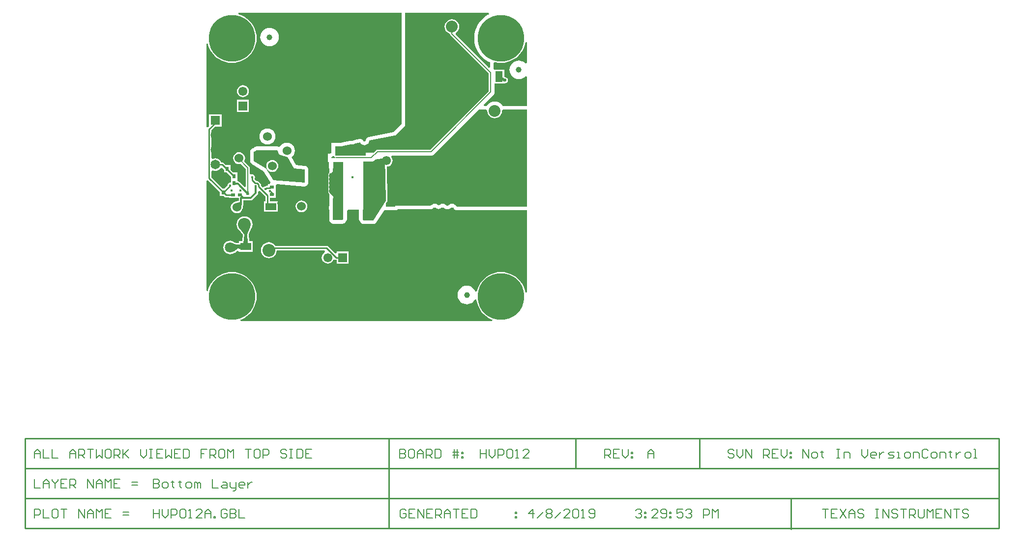
<source format=gbl>
G04*
G04 #@! TF.GenerationSoftware,Altium Limited,Altium Designer,18.1.9 (240)*
G04*
G04 Layer_Physical_Order=4*
G04 Layer_Color=16711680*
%FSAX25Y25*%
%MOIN*%
G70*
G01*
G75*
%ADD16C,0.01000*%
%ADD17C,0.00800*%
%ADD41C,0.03937*%
%ADD44R,0.03150X0.02362*%
%ADD83C,0.06496*%
%ADD84R,0.06496X0.06496*%
%ADD95R,0.03000X0.01000*%
%ADD98C,0.01200*%
%ADD100C,0.02000*%
%ADD101C,0.00600*%
%ADD102C,0.01500*%
%ADD106C,0.04600*%
%ADD107C,0.06000*%
%ADD108C,0.31496*%
%ADD109R,0.07087X0.07087*%
%ADD110C,0.07087*%
%ADD111R,0.08465X0.08465*%
%ADD112C,0.08465*%
%ADD113C,0.06102*%
%ADD114R,0.06102X0.06102*%
%ADD115R,0.08465X0.08465*%
%ADD116R,0.06102X0.06102*%
%ADD117C,0.08700*%
%ADD118C,0.08000*%
%ADD119C,0.01968*%
%ADD120C,0.01700*%
%ADD121C,0.02400*%
%ADD122C,0.02200*%
%ADD123R,0.07284X0.05118*%
%ADD124R,0.20866X0.06299*%
%ADD125R,0.07008X0.28780*%
%ADD126R,0.02362X0.03150*%
%ADD127R,0.05118X0.07284*%
G36*
X0295302Y0314596D02*
X0289753Y0309264D01*
X0272863Y0305760D01*
X0272798Y0305732D01*
X0272727Y0305728D01*
X0272360Y0305547D01*
X0271984Y0305387D01*
X0271934Y0305337D01*
X0271870Y0305305D01*
X0271601Y0304998D01*
X0271314Y0304707D01*
X0271288Y0304641D01*
X0271241Y0304587D01*
X0271110Y0304201D01*
X0270956Y0303822D01*
X0270957Y0303751D01*
X0270934Y0303683D01*
X0270882Y0303290D01*
X0270807Y0303108D01*
X0270265Y0302884D01*
X0269684Y0302807D01*
X0269527Y0302927D01*
X0269283Y0303246D01*
X0269194Y0303456D01*
X0269029Y0303618D01*
X0268901Y0303810D01*
X0268692Y0303950D01*
X0268513Y0304126D01*
X0268299Y0304212D01*
X0268107Y0304341D01*
X0267861Y0304390D01*
X0267628Y0304484D01*
X0267397Y0304482D01*
X0267171Y0304527D01*
X0266924Y0304478D01*
X0266673Y0304476D01*
X0263379Y0303793D01*
X0263314Y0303765D01*
X0263243Y0303760D01*
X0262876Y0303579D01*
X0262500Y0303420D01*
X0262450Y0303369D01*
X0262387Y0303338D01*
X0262205Y0303199D01*
X0262010Y0303118D01*
X0261800Y0303090D01*
X0261398Y0303143D01*
X0261319Y0303175D01*
X0261088Y0303173D01*
X0260861Y0303218D01*
X0260615Y0303169D01*
X0260364Y0303167D01*
X0255023Y0302059D01*
X0254977Y0302040D01*
X0254935Y0302034D01*
X0254849Y0302005D01*
X0254757Y0302004D01*
X0254482Y0301947D01*
X0250200D01*
X0249528Y0301813D01*
X0247667D01*
Y0295135D01*
X0247168Y0294929D01*
X0246739Y0294600D01*
X0245200D01*
Y0288800D01*
X0246100D01*
Y0284400D01*
X0246339D01*
Y0281407D01*
X0246094Y0281306D01*
X0245894Y0281106D01*
X0245767Y0280800D01*
Y0280204D01*
X0245622Y0279988D01*
X0245526Y0279500D01*
X0245622Y0279012D01*
X0245767Y0278796D01*
Y0277704D01*
X0245622Y0277488D01*
X0245526Y0277000D01*
X0245622Y0276512D01*
X0245767Y0276296D01*
Y0275004D01*
X0245622Y0274788D01*
X0245526Y0274300D01*
X0245622Y0273812D01*
X0245767Y0273596D01*
Y0272504D01*
X0245622Y0272288D01*
X0245526Y0271800D01*
X0245622Y0271312D01*
X0245767Y0271096D01*
Y0269904D01*
X0245622Y0269688D01*
X0245526Y0269200D01*
X0245622Y0268712D01*
X0245767Y0268496D01*
Y0267900D01*
X0245770Y0267892D01*
X0245767Y0267883D01*
X0245833Y0267740D01*
X0245894Y0267594D01*
X0246289Y0267104D01*
X0246233Y0266700D01*
X0246153Y0266300D01*
Y0265292D01*
X0246278Y0264662D01*
X0246256Y0264011D01*
X0246239Y0263909D01*
X0246153Y0263477D01*
Y0261032D01*
X0246000Y0256600D01*
X0246000Y0256600D01*
X0246153Y0256572D01*
Y0249700D01*
X0246339Y0248763D01*
X0246870Y0247970D01*
X0247270Y0247570D01*
X0248064Y0247039D01*
X0249000Y0246853D01*
X0255100D01*
X0256036Y0247039D01*
X0256830Y0247570D01*
X0257430Y0248170D01*
X0257961Y0248963D01*
X0258147Y0249900D01*
Y0255862D01*
X0258863Y0256560D01*
X0265494Y0256393D01*
X0266453Y0256308D01*
Y0249900D01*
X0266639Y0248963D01*
X0267170Y0248170D01*
X0267970Y0247370D01*
X0268764Y0246839D01*
X0269700Y0246653D01*
X0276000D01*
X0276936Y0246839D01*
X0277730Y0247370D01*
X0278130Y0247770D01*
X0278279Y0247993D01*
X0278465Y0248187D01*
X0283514Y0256130D01*
X0283764Y0256182D01*
X0284700Y0255996D01*
X0290867D01*
X0291803Y0256182D01*
X0292597Y0256713D01*
X0292633Y0256766D01*
X0315014D01*
X0315173Y0256798D01*
X0315334Y0256787D01*
X0315637Y0256890D01*
X0315951Y0256953D01*
X0316085Y0257042D01*
X0316238Y0257094D01*
X0316478Y0257305D01*
X0316744Y0257483D01*
X0316795Y0257559D01*
X0317119Y0257807D01*
X0317399Y0257923D01*
X0317700Y0257963D01*
X0318001Y0257923D01*
X0318281Y0257807D01*
X0318778Y0257426D01*
X0319065Y0257284D01*
X0319331Y0257107D01*
X0319489Y0257075D01*
X0319634Y0257004D01*
X0319953Y0256983D01*
X0320124Y0256949D01*
X0320146Y0256941D01*
X0320158Y0256942D01*
X0320268Y0256920D01*
X0320466D01*
X0320575Y0256942D01*
X0320587Y0256941D01*
X0320609Y0256949D01*
X0320780Y0256983D01*
X0321099Y0257004D01*
X0321244Y0257075D01*
X0321402Y0257107D01*
X0321668Y0257284D01*
X0321955Y0257426D01*
X0322452Y0257807D01*
X0322732Y0257923D01*
X0323033Y0257963D01*
X0323334Y0257923D01*
X0323615Y0257807D01*
X0323925Y0257569D01*
X0323939Y0257547D01*
X0324045Y0257477D01*
X0324111Y0257426D01*
X0324149Y0257408D01*
X0324206Y0257370D01*
X0324446Y0257158D01*
X0324599Y0257107D01*
X0324733Y0257017D01*
X0325047Y0256955D01*
X0325350Y0256852D01*
X0325512Y0256862D01*
X0325670Y0256831D01*
X0326930D01*
X0327088Y0256862D01*
X0327250Y0256852D01*
X0327553Y0256955D01*
X0327867Y0257017D01*
X0328001Y0257107D01*
X0328154Y0257158D01*
X0328394Y0257369D01*
X0328451Y0257408D01*
X0328489Y0257426D01*
X0328555Y0257476D01*
X0328660Y0257547D01*
X0328675Y0257569D01*
X0328985Y0257807D01*
X0329266Y0257923D01*
X0329567Y0257963D01*
X0329868Y0257923D01*
X0330148Y0257807D01*
X0330389Y0257622D01*
X0330770Y0257126D01*
X0330786Y0257112D01*
X0331052Y0256713D01*
X0331052Y0256713D01*
X0331052Y0256713D01*
X0331368Y0256502D01*
X0331846Y0256182D01*
X0331846Y0256182D01*
X0331846Y0256182D01*
X0332190Y0256114D01*
X0332783Y0255996D01*
X0380218Y0255996D01*
Y0200306D01*
X0379218Y0200208D01*
X0378912Y0201744D01*
X0378206Y0203823D01*
X0377235Y0205792D01*
X0376016Y0207617D01*
X0374568Y0209268D01*
X0372917Y0210716D01*
X0371092Y0211935D01*
X0369123Y0212906D01*
X0367044Y0213612D01*
X0364891Y0214040D01*
X0362700Y0214184D01*
X0360509Y0214040D01*
X0358356Y0213612D01*
X0356277Y0212906D01*
X0354308Y0211935D01*
X0352483Y0210716D01*
X0350832Y0209268D01*
X0349384Y0207617D01*
X0348165Y0205792D01*
X0347194Y0203823D01*
X0346488Y0201744D01*
X0346334Y0200967D01*
X0345325Y0200906D01*
X0345303Y0200913D01*
X0344726Y0201992D01*
X0343945Y0202945D01*
X0342992Y0203726D01*
X0341905Y0204307D01*
X0340726Y0204665D01*
X0339500Y0204786D01*
X0338274Y0204665D01*
X0337094Y0204307D01*
X0336008Y0203726D01*
X0335055Y0202945D01*
X0334274Y0201992D01*
X0333693Y0200905D01*
X0333335Y0199726D01*
X0333214Y0198500D01*
X0333335Y0197274D01*
X0333693Y0196094D01*
X0334274Y0195008D01*
X0335055Y0194055D01*
X0336008Y0193273D01*
X0337094Y0192693D01*
X0338274Y0192335D01*
X0339500Y0192214D01*
X0340726Y0192335D01*
X0341905Y0192693D01*
X0342992Y0193273D01*
X0343945Y0194055D01*
X0344726Y0195008D01*
X0345033Y0195581D01*
X0346050Y0195362D01*
X0346060Y0195209D01*
X0346488Y0193056D01*
X0347194Y0190977D01*
X0348165Y0189008D01*
X0349384Y0187182D01*
X0350832Y0185532D01*
X0352483Y0184084D01*
X0354308Y0182865D01*
X0356277Y0181894D01*
X0356907Y0181679D01*
X0356742Y0180680D01*
X0186158D01*
X0185993Y0181679D01*
X0186623Y0181894D01*
X0188592Y0182865D01*
X0190417Y0184084D01*
X0192068Y0185532D01*
X0193516Y0187182D01*
X0194735Y0189008D01*
X0195706Y0190977D01*
X0196412Y0193056D01*
X0196840Y0195209D01*
X0196984Y0197400D01*
X0196840Y0199591D01*
X0196412Y0201744D01*
X0195706Y0203823D01*
X0194735Y0205792D01*
X0193516Y0207617D01*
X0192068Y0209268D01*
X0190417Y0210716D01*
X0188592Y0211935D01*
X0186623Y0212906D01*
X0184544Y0213612D01*
X0182391Y0214040D01*
X0180200Y0214184D01*
X0178009Y0214040D01*
X0175856Y0213612D01*
X0173777Y0212906D01*
X0171808Y0211935D01*
X0169983Y0210716D01*
X0168332Y0209268D01*
X0166884Y0207617D01*
X0165665Y0205792D01*
X0164694Y0203823D01*
X0163988Y0201744D01*
X0163882Y0201213D01*
X0162882Y0201312D01*
Y0276144D01*
X0163882Y0276517D01*
X0172119Y0268280D01*
Y0265663D01*
X0174736D01*
X0175181Y0265218D01*
X0175677Y0264887D01*
X0176262Y0264771D01*
X0178263D01*
Y0264319D01*
X0184831D01*
Y0262396D01*
X0182999Y0262150D01*
X0182874Y0262107D01*
X0182745Y0262081D01*
X0182687Y0262043D01*
X0182622Y0262021D01*
X0182523Y0261933D01*
X0182472Y0261899D01*
X0182456Y0261897D01*
X0181483Y0261494D01*
X0180647Y0260853D01*
X0180006Y0260017D01*
X0179603Y0259044D01*
X0179465Y0258000D01*
X0179603Y0256956D01*
X0180006Y0255983D01*
X0180647Y0255147D01*
X0181483Y0254506D01*
X0182456Y0254103D01*
X0183500Y0253965D01*
X0184544Y0254103D01*
X0185517Y0254506D01*
X0186353Y0255147D01*
X0186994Y0255983D01*
X0187397Y0256956D01*
X0187476Y0257552D01*
X0187506Y0257642D01*
X0187868Y0260329D01*
X0187969Y0260481D01*
X0188094Y0261105D01*
Y0262769D01*
X0193000D01*
X0193624Y0262893D01*
X0194153Y0263246D01*
X0197554Y0266646D01*
X0197907Y0267176D01*
X0198031Y0267800D01*
Y0268899D01*
X0198955Y0269282D01*
X0202907Y0265330D01*
Y0262168D01*
X0201958D01*
Y0255049D01*
X0211242D01*
Y0262168D01*
X0205966D01*
Y0264519D01*
X0210013D01*
Y0268602D01*
X0210013Y0268881D01*
X0210013D01*
X0209813Y0269519D01*
X0209813Y0269519D01*
Y0272995D01*
X0210546Y0273675D01*
X0229317Y0272266D01*
X0229409Y0272277D01*
X0229500Y0272259D01*
X0229880Y0272335D01*
X0230264Y0272382D01*
X0230345Y0272427D01*
X0230436Y0272445D01*
X0230759Y0272661D01*
X0231096Y0272851D01*
X0231153Y0272924D01*
X0231230Y0272976D01*
X0231445Y0273298D01*
X0231684Y0273603D01*
X0231709Y0273693D01*
X0231761Y0273770D01*
X0231836Y0274150D01*
X0231940Y0274523D01*
X0231929Y0274615D01*
X0231947Y0274706D01*
X0231947Y0283800D01*
X0231876Y0284156D01*
X0231840Y0284516D01*
X0231784Y0284620D01*
X0231761Y0284736D01*
X0231559Y0285038D01*
X0231388Y0285357D01*
X0231296Y0285432D01*
X0231230Y0285530D01*
X0230929Y0285732D01*
X0230648Y0285961D01*
X0230535Y0285995D01*
X0230436Y0286061D01*
X0230081Y0286131D01*
X0229734Y0286236D01*
X0223725Y0286812D01*
X0220776Y0292207D01*
X0221351Y0292649D01*
X0222217Y0293777D01*
X0222761Y0295090D01*
X0222947Y0296500D01*
X0222761Y0297910D01*
X0222217Y0299223D01*
X0221351Y0300351D01*
X0220223Y0301217D01*
X0218910Y0301761D01*
X0217500Y0301946D01*
X0216090Y0301761D01*
X0214777Y0301217D01*
X0213649Y0300351D01*
X0212783Y0299223D01*
X0212030Y0299163D01*
X0211565Y0299254D01*
X0211100Y0299347D01*
X0196818D01*
X0196659Y0299316D01*
X0196499Y0299326D01*
X0196311Y0299262D01*
X0196177Y0299254D01*
X0196060Y0299196D01*
X0195881Y0299161D01*
X0195747Y0299071D01*
X0195594Y0299019D01*
X0195457Y0298899D01*
X0195320Y0298831D01*
X0194594Y0298274D01*
X0194096Y0298068D01*
X0193302Y0297537D01*
X0192772Y0296743D01*
X0192586Y0295807D01*
Y0289532D01*
X0192640Y0289259D01*
X0192649Y0288981D01*
X0192732Y0288795D01*
X0192772Y0288596D01*
X0192927Y0288364D01*
X0193041Y0288110D01*
X0193189Y0287971D01*
X0193302Y0287802D01*
X0193534Y0287647D01*
X0193737Y0287457D01*
X0201630Y0282531D01*
X0206172Y0275032D01*
X0206310Y0274882D01*
X0206310Y0274881D01*
X0206087Y0274238D01*
X0205839Y0273881D01*
X0204663D01*
Y0272629D01*
X0203800D01*
X0203215Y0272513D01*
X0202719Y0272181D01*
X0202655Y0272117D01*
X0202278Y0272043D01*
X0201666Y0271634D01*
X0200995Y0271568D01*
X0199829Y0272733D01*
Y0273387D01*
X0199713Y0273972D01*
X0199381Y0274468D01*
X0198268Y0275581D01*
X0197772Y0275913D01*
X0197187Y0276029D01*
X0196534D01*
X0195529Y0277033D01*
Y0277559D01*
X0195743Y0277878D01*
X0195886Y0278600D01*
X0195743Y0279322D01*
X0195334Y0279934D01*
X0194722Y0280343D01*
X0194000Y0280486D01*
X0193426Y0280372D01*
X0192996Y0280552D01*
X0192426Y0280976D01*
Y0284800D01*
X0192325Y0285307D01*
X0192037Y0285737D01*
X0188506Y0289268D01*
X0188594Y0289383D01*
X0188997Y0290356D01*
X0189135Y0291400D01*
X0188997Y0292444D01*
X0188594Y0293417D01*
X0187953Y0294253D01*
X0187117Y0294894D01*
X0186144Y0295297D01*
X0185100Y0295434D01*
X0184056Y0295297D01*
X0183083Y0294894D01*
X0182247Y0294253D01*
X0181606Y0293417D01*
X0181203Y0292444D01*
X0181065Y0291400D01*
X0181203Y0290356D01*
X0181606Y0289383D01*
X0182247Y0288547D01*
X0183083Y0287906D01*
X0184056Y0287503D01*
X0185100Y0287365D01*
X0186144Y0287503D01*
X0186412Y0287614D01*
X0189775Y0284251D01*
Y0272167D01*
X0188851Y0271785D01*
X0185444Y0275191D01*
X0184915Y0275545D01*
X0184291Y0275669D01*
X0183881D01*
Y0281637D01*
X0181126D01*
X0179281Y0283482D01*
Y0286812D01*
X0175950D01*
X0174681Y0288081D01*
X0174185Y0288413D01*
X0173600Y0288529D01*
X0172965D01*
X0172711Y0289142D01*
X0172030Y0290030D01*
X0171142Y0290711D01*
X0170109Y0291139D01*
X0169000Y0291285D01*
X0167891Y0291139D01*
X0167281Y0290886D01*
X0166281Y0291441D01*
Y0310381D01*
X0168653Y0312752D01*
X0173248D01*
Y0321248D01*
X0164752D01*
Y0313177D01*
X0163882Y0312307D01*
X0163048Y0312557D01*
X0162882Y0312680D01*
Y0368988D01*
X0163882Y0369087D01*
X0163988Y0368556D01*
X0164694Y0366477D01*
X0165665Y0364508D01*
X0166884Y0362683D01*
X0168332Y0361032D01*
X0169983Y0359584D01*
X0171808Y0358365D01*
X0173777Y0357394D01*
X0175856Y0356688D01*
X0178009Y0356259D01*
X0180200Y0356116D01*
X0182391Y0356259D01*
X0184544Y0356688D01*
X0186623Y0357394D01*
X0188592Y0358365D01*
X0190417Y0359584D01*
X0192068Y0361032D01*
X0193516Y0362683D01*
X0194735Y0364508D01*
X0195706Y0366477D01*
X0196412Y0368556D01*
X0196840Y0370709D01*
X0196984Y0372900D01*
X0196840Y0375091D01*
X0196412Y0377244D01*
X0195706Y0379323D01*
X0194735Y0381292D01*
X0193516Y0383117D01*
X0192068Y0384768D01*
X0190417Y0386215D01*
X0188592Y0387435D01*
X0186623Y0388406D01*
X0184544Y0389112D01*
X0184516Y0389118D01*
X0184615Y0390118D01*
X0295302D01*
X0295302Y0314596D01*
D02*
G37*
G36*
X0380218Y0369994D02*
Y0356114D01*
X0379218Y0355756D01*
X0379145Y0355845D01*
X0378192Y0356626D01*
X0377105Y0357207D01*
X0375926Y0357565D01*
X0374700Y0357686D01*
X0373474Y0357565D01*
X0372294Y0357207D01*
X0371208Y0356626D01*
X0370255Y0355845D01*
X0369474Y0354892D01*
X0368893Y0353805D01*
X0368535Y0352626D01*
X0368414Y0351400D01*
X0368535Y0350174D01*
X0368893Y0348994D01*
X0369474Y0347908D01*
X0370255Y0346955D01*
X0371208Y0346174D01*
X0372294Y0345593D01*
X0373474Y0345235D01*
X0374700Y0345114D01*
X0375926Y0345235D01*
X0377105Y0345593D01*
X0378192Y0346174D01*
X0379145Y0346955D01*
X0379218Y0347044D01*
X0380218Y0346686D01*
Y0326847D01*
X0364083Y0326847D01*
X0364003Y0326831D01*
X0363923Y0326842D01*
X0363877Y0326830D01*
X0363747Y0327073D01*
X0362947Y0328047D01*
X0361973Y0328847D01*
X0360861Y0329441D01*
X0359655Y0329807D01*
X0358400Y0329931D01*
X0357145Y0329807D01*
X0355939Y0329441D01*
X0354827Y0328847D01*
X0353853Y0328047D01*
X0353053Y0327073D01*
X0352923Y0326830D01*
X0352877Y0326842D01*
X0352797Y0326831D01*
X0352717Y0326847D01*
X0351405D01*
X0351022Y0327771D01*
X0357626Y0334374D01*
X0358058Y0334938D01*
X0358330Y0335595D01*
X0358423Y0336300D01*
Y0342258D01*
X0364800D01*
X0365300Y0342159D01*
X0366119Y0342322D01*
X0366814Y0342786D01*
X0367278Y0343480D01*
X0367441Y0344300D01*
X0367278Y0345119D01*
X0366814Y0345814D01*
X0366119Y0346278D01*
X0365300Y0346441D01*
X0364968Y0346714D01*
Y0351542D01*
X0358127D01*
X0357642Y0352126D01*
X0357469Y0352384D01*
X0357647Y0353281D01*
Y0355872D01*
X0358030Y0356313D01*
X0358425Y0356584D01*
X0358612Y0356637D01*
X0360509Y0356259D01*
X0362700Y0356116D01*
X0364891Y0356259D01*
X0367044Y0356688D01*
X0369123Y0357394D01*
X0371092Y0358365D01*
X0372917Y0359584D01*
X0374568Y0361032D01*
X0376016Y0362683D01*
X0377235Y0364508D01*
X0378206Y0366477D01*
X0378912Y0368556D01*
X0379218Y0370092D01*
X0380218Y0369994D01*
D02*
G37*
G36*
X0354554Y0389118D02*
X0353607Y0388650D01*
X0351628Y0387329D01*
X0349840Y0385760D01*
X0348271Y0383971D01*
X0346950Y0381993D01*
X0345897Y0379860D01*
X0345133Y0377607D01*
X0344669Y0375274D01*
X0344513Y0372900D01*
X0344669Y0370526D01*
X0345133Y0368193D01*
X0345897Y0365940D01*
X0346950Y0363806D01*
X0348271Y0361828D01*
X0349840Y0360040D01*
X0351628Y0358471D01*
X0353607Y0357150D01*
X0355200Y0356364D01*
Y0353281D01*
X0354276Y0352898D01*
X0331824Y0375350D01*
X0332111Y0376478D01*
X0332966Y0377134D01*
X0333768Y0378178D01*
X0334271Y0379395D01*
X0334443Y0380700D01*
X0334271Y0382005D01*
X0333768Y0383222D01*
X0332966Y0384266D01*
X0331922Y0385067D01*
X0330705Y0385571D01*
X0329400Y0385743D01*
X0328095Y0385571D01*
X0326878Y0385067D01*
X0325834Y0384266D01*
X0325032Y0383222D01*
X0324529Y0382005D01*
X0324357Y0380700D01*
X0324529Y0379395D01*
X0325032Y0378178D01*
X0325834Y0377134D01*
X0326878Y0376332D01*
X0328088Y0375831D01*
X0328175Y0375393D01*
X0328463Y0374963D01*
X0354375Y0349051D01*
Y0336849D01*
X0314751Y0297225D01*
X0279000D01*
X0278493Y0297125D01*
X0278063Y0296837D01*
X0276287Y0295061D01*
X0250842D01*
X0250200Y0295728D01*
Y0299500D01*
X0254733D01*
X0255254Y0299608D01*
X0255448Y0299634D01*
X0255520Y0299663D01*
X0260861Y0300771D01*
X0260952Y0300734D01*
X0261800Y0300622D01*
X0262648Y0300734D01*
X0263439Y0301061D01*
X0263876Y0301397D01*
X0267170Y0302080D01*
X0267261Y0301861D01*
X0267782Y0301182D01*
X0268461Y0300661D01*
X0269252Y0300334D01*
X0270100Y0300222D01*
X0270948Y0300334D01*
X0271739Y0300661D01*
X0272418Y0301182D01*
X0272939Y0301861D01*
X0273266Y0302652D01*
X0273360Y0303364D01*
X0290499Y0306919D01*
X0290845D01*
X0297555Y0313368D01*
X0297749Y0313554D01*
X0297749Y0390118D01*
X0354321D01*
X0354554Y0389118D01*
D02*
G37*
G36*
X0173731Y0284706D02*
X0174919Y0283518D01*
Y0281663D01*
X0176774D01*
X0179519Y0278918D01*
Y0275114D01*
X0179119Y0274786D01*
X0178397Y0274643D01*
X0177785Y0274234D01*
X0177376Y0273622D01*
X0177301Y0273245D01*
X0174869Y0270813D01*
X0173913D01*
X0166229Y0278496D01*
Y0282611D01*
X0167229Y0283135D01*
X0167891Y0282861D01*
X0169000Y0282715D01*
X0170109Y0282861D01*
X0171142Y0283289D01*
X0172030Y0283970D01*
X0172474Y0284549D01*
X0173450Y0284748D01*
X0173731Y0284706D01*
D02*
G37*
G36*
X0212396Y0293796D02*
X0218100Y0292000D01*
X0222200Y0284500D01*
X0229500Y0283800D01*
X0229500Y0274706D01*
X0208265Y0276300D01*
X0203421Y0284298D01*
X0195033Y0289532D01*
Y0295807D01*
X0195828Y0296137D01*
X0196810Y0296890D01*
X0196818Y0296900D01*
X0211100D01*
X0212396Y0293796D01*
D02*
G37*
G36*
X0197000Y0271389D02*
X0195800D01*
X0195680Y0272059D01*
X0197120D01*
X0197000Y0271389D01*
D02*
G37*
G36*
X0251700Y0283900D02*
Y0283100D01*
X0251273Y0267900D01*
X0250300D01*
Y0266399D01*
X0251233Y0266453D01*
X0251200Y0265292D01*
X0248600D01*
Y0265675D01*
X0246200Y0267900D01*
Y0280800D01*
X0246400Y0281000D01*
X0247300D01*
X0248786Y0282486D01*
Y0284400D01*
X0251200D01*
X0251700Y0283900D01*
D02*
G37*
G36*
X0352717Y0324400D02*
X0353376Y0323648D01*
X0353357Y0323500D01*
X0353529Y0322195D01*
X0354032Y0320978D01*
X0354834Y0319934D01*
X0355878Y0319132D01*
X0357095Y0318629D01*
X0358400Y0318457D01*
X0359705Y0318629D01*
X0360922Y0319132D01*
X0361966Y0319934D01*
X0362768Y0320978D01*
X0363271Y0322195D01*
X0363443Y0323500D01*
X0363424Y0323648D01*
X0364083Y0324400D01*
X0380218Y0324400D01*
Y0258443D01*
X0332783Y0258443D01*
X0332711Y0258615D01*
X0332134Y0259367D01*
X0331382Y0259945D01*
X0330506Y0260307D01*
X0329567Y0260431D01*
X0328627Y0260307D01*
X0327751Y0259945D01*
X0326999Y0259367D01*
X0326930Y0259278D01*
X0325670D01*
X0325601Y0259367D01*
X0324849Y0259945D01*
X0323973Y0260307D01*
X0323033Y0260431D01*
X0322094Y0260307D01*
X0321218Y0259945D01*
X0320466Y0259367D01*
X0320268D01*
X0319515Y0259945D01*
X0318640Y0260307D01*
X0317700Y0260431D01*
X0316760Y0260307D01*
X0315884Y0259945D01*
X0315132Y0259367D01*
X0315014Y0259213D01*
X0290867D01*
Y0258443D01*
X0284700D01*
Y0260657D01*
X0285460Y0261853D01*
X0285496Y0261946D01*
X0285550Y0262029D01*
X0285568Y0262129D01*
X0285604Y0262224D01*
X0285602Y0262323D01*
X0285619Y0262421D01*
X0285139Y0285619D01*
X0286158Y0285753D01*
X0287143Y0286161D01*
X0287989Y0286811D01*
X0288639Y0287657D01*
X0289047Y0288642D01*
X0289186Y0289700D01*
X0289047Y0290757D01*
X0288639Y0291743D01*
X0288306Y0292177D01*
X0288799Y0293177D01*
X0315300D01*
X0316005Y0293269D01*
X0316662Y0293541D01*
X0317226Y0293974D01*
X0347651Y0324400D01*
X0352717D01*
D02*
G37*
G36*
X0186887Y0260681D02*
X0186496Y0257778D01*
X0183135Y0261139D01*
X0186038Y0261530D01*
X0186887Y0260681D01*
D02*
G37*
G36*
X0284600Y0262400D02*
X0276400Y0249500D01*
X0276000Y0249100D01*
X0269700D01*
X0268900Y0249900D01*
Y0256308D01*
X0269200Y0256300D01*
Y0288977D01*
X0274800D01*
X0275505Y0289069D01*
X0276162Y0289341D01*
X0276726Y0289774D01*
X0277440Y0290489D01*
X0284000Y0291400D01*
X0284600Y0262400D01*
D02*
G37*
G36*
X0255500Y0263980D02*
Y0260100D01*
X0255700Y0259900D01*
Y0249900D01*
X0255100Y0249300D01*
X0249000D01*
X0248600Y0249700D01*
Y0263477D01*
X0249100Y0264800D01*
X0255300D01*
X0255500Y0263980D01*
D02*
G37*
%LPC*%
G36*
X0205700Y0379886D02*
X0204474Y0379765D01*
X0203294Y0379407D01*
X0202208Y0378826D01*
X0201255Y0378045D01*
X0200474Y0377092D01*
X0199893Y0376005D01*
X0199535Y0374826D01*
X0199414Y0373600D01*
X0199535Y0372374D01*
X0199893Y0371194D01*
X0200474Y0370108D01*
X0201255Y0369155D01*
X0202208Y0368373D01*
X0203294Y0367793D01*
X0204474Y0367435D01*
X0205700Y0367314D01*
X0206926Y0367435D01*
X0208105Y0367793D01*
X0209192Y0368373D01*
X0210145Y0369155D01*
X0210926Y0370108D01*
X0211507Y0371194D01*
X0211865Y0372374D01*
X0211986Y0373600D01*
X0211865Y0374826D01*
X0211507Y0376005D01*
X0210926Y0377092D01*
X0210145Y0378045D01*
X0209192Y0378826D01*
X0208105Y0379407D01*
X0206926Y0379765D01*
X0205700Y0379886D01*
D02*
G37*
G36*
X0187700Y0340986D02*
X0186642Y0340847D01*
X0185657Y0340439D01*
X0184811Y0339789D01*
X0184161Y0338943D01*
X0183753Y0337958D01*
X0183614Y0336900D01*
X0183753Y0335842D01*
X0184161Y0334857D01*
X0184811Y0334011D01*
X0185657Y0333361D01*
X0186642Y0332953D01*
X0187700Y0332814D01*
X0188758Y0332953D01*
X0189743Y0333361D01*
X0190589Y0334011D01*
X0191239Y0334857D01*
X0191647Y0335842D01*
X0191786Y0336900D01*
X0191647Y0337958D01*
X0191239Y0338943D01*
X0190589Y0339789D01*
X0189743Y0340439D01*
X0188758Y0340847D01*
X0187700Y0340986D01*
D02*
G37*
G36*
X0191751Y0330951D02*
X0183649D01*
Y0322849D01*
X0191751D01*
Y0330951D01*
D02*
G37*
G36*
X0204300Y0311546D02*
X0202890Y0311361D01*
X0201577Y0310817D01*
X0200449Y0309951D01*
X0199583Y0308823D01*
X0199039Y0307510D01*
X0198853Y0306100D01*
X0199039Y0304690D01*
X0199583Y0303377D01*
X0200449Y0302249D01*
X0201577Y0301383D01*
X0202890Y0300839D01*
X0204300Y0300653D01*
X0205710Y0300839D01*
X0207023Y0301383D01*
X0208151Y0302249D01*
X0209017Y0303377D01*
X0209561Y0304690D01*
X0209747Y0306100D01*
X0209561Y0307510D01*
X0209017Y0308823D01*
X0208151Y0309951D01*
X0207023Y0310817D01*
X0205710Y0311361D01*
X0204300Y0311546D01*
D02*
G37*
G36*
X0227400Y0262734D02*
X0226356Y0262597D01*
X0225383Y0262194D01*
X0224547Y0261553D01*
X0223906Y0260717D01*
X0223503Y0259744D01*
X0223365Y0258700D01*
X0223503Y0257656D01*
X0223906Y0256683D01*
X0224547Y0255847D01*
X0225383Y0255206D01*
X0226356Y0254803D01*
X0227400Y0254665D01*
X0228444Y0254803D01*
X0229417Y0255206D01*
X0230253Y0255847D01*
X0230894Y0256683D01*
X0231297Y0257656D01*
X0231434Y0258700D01*
X0231297Y0259744D01*
X0230894Y0260717D01*
X0230253Y0261553D01*
X0229417Y0262194D01*
X0228444Y0262597D01*
X0227400Y0262734D01*
D02*
G37*
G36*
X0188800Y0251896D02*
X0187403Y0251712D01*
X0186102Y0251173D01*
X0184984Y0250316D01*
X0184127Y0249198D01*
X0183588Y0247897D01*
X0183404Y0246500D01*
X0183588Y0245103D01*
X0184127Y0243802D01*
X0184984Y0242684D01*
X0184988Y0242682D01*
X0187521Y0239285D01*
X0187162Y0234968D01*
X0184958D01*
Y0233838D01*
X0183377Y0233708D01*
X0182127Y0234127D01*
X0181291Y0234769D01*
X0180186Y0235226D01*
X0179000Y0235382D01*
X0177814Y0235226D01*
X0176709Y0234769D01*
X0175760Y0234040D01*
X0175031Y0233091D01*
X0174574Y0231986D01*
X0174417Y0230800D01*
X0174574Y0229614D01*
X0175031Y0228509D01*
X0175760Y0227560D01*
X0176709Y0226831D01*
X0177814Y0226374D01*
X0179000Y0226217D01*
X0180186Y0226374D01*
X0181291Y0226831D01*
X0181490Y0226984D01*
X0181634Y0226995D01*
X0181786Y0226993D01*
X0181831Y0227011D01*
X0181879Y0227014D01*
X0182015Y0227083D01*
X0182156Y0227139D01*
X0182191Y0227173D01*
X0182234Y0227195D01*
X0183958Y0228552D01*
X0184958Y0228066D01*
Y0227850D01*
X0194242D01*
Y0234968D01*
X0192038D01*
X0191640Y0239757D01*
X0193412Y0243722D01*
X0193473Y0243802D01*
X0194012Y0245103D01*
X0194196Y0246500D01*
X0194012Y0247897D01*
X0193473Y0249198D01*
X0192616Y0250316D01*
X0191498Y0251173D01*
X0190197Y0251712D01*
X0188800Y0251896D01*
D02*
G37*
G36*
X0205200Y0234296D02*
X0203803Y0234112D01*
X0202502Y0233573D01*
X0201384Y0232716D01*
X0200527Y0231598D01*
X0199988Y0230296D01*
X0199804Y0228900D01*
X0199988Y0227503D01*
X0200527Y0226202D01*
X0201384Y0225084D01*
X0202502Y0224227D01*
X0203803Y0223688D01*
X0205200Y0223504D01*
X0206597Y0223688D01*
X0207898Y0224227D01*
X0209016Y0225084D01*
X0209873Y0226202D01*
X0210412Y0227503D01*
X0210592Y0228871D01*
X0242891D01*
X0243164Y0228524D01*
X0243161Y0228127D01*
X0242905Y0227245D01*
X0242311Y0226789D01*
X0241661Y0225943D01*
X0241253Y0224957D01*
X0241114Y0223900D01*
X0241253Y0222842D01*
X0241661Y0221857D01*
X0242311Y0221011D01*
X0243157Y0220361D01*
X0244142Y0219953D01*
X0245200Y0219814D01*
X0246258Y0219953D01*
X0247243Y0220361D01*
X0248089Y0221011D01*
X0248739Y0221857D01*
X0248931Y0222321D01*
X0249275Y0222508D01*
X0250035Y0222662D01*
X0250102Y0222649D01*
X0250344Y0222487D01*
X0250929Y0222371D01*
X0251149D01*
Y0219849D01*
X0259251D01*
Y0227951D01*
X0251149D01*
Y0227150D01*
X0250225Y0226767D01*
X0245511Y0231481D01*
X0245015Y0231813D01*
X0244429Y0231929D01*
X0209619D01*
X0209016Y0232716D01*
X0207898Y0233573D01*
X0206597Y0234112D01*
X0205200Y0234296D01*
D02*
G37*
%LPD*%
G36*
X0190602Y0239934D02*
X0191100Y0233944D01*
X0188100D01*
X0188569Y0239586D01*
X0185647Y0243503D01*
X0192556Y0244306D01*
X0190602Y0239934D01*
D02*
G37*
G36*
X0183251Y0232675D02*
X0185982Y0232899D01*
Y0229918D01*
X0184229Y0230062D01*
X0181603Y0227996D01*
X0181180Y0230312D01*
X0180009Y0230409D01*
Y0232409D01*
X0180785Y0232472D01*
X0180585Y0233569D01*
X0183251Y0232675D01*
D02*
G37*
%LPC*%
G36*
X0207600Y0290134D02*
X0206556Y0289997D01*
X0205583Y0289594D01*
X0204747Y0288953D01*
X0204106Y0288117D01*
X0203703Y0287144D01*
X0203566Y0286100D01*
X0203703Y0285056D01*
X0204106Y0284083D01*
X0204747Y0283247D01*
X0205583Y0282606D01*
X0206556Y0282203D01*
X0207600Y0282065D01*
X0208644Y0282203D01*
X0209617Y0282606D01*
X0210453Y0283247D01*
X0211094Y0284083D01*
X0211497Y0285056D01*
X0211634Y0286100D01*
X0211497Y0287144D01*
X0211094Y0288117D01*
X0210453Y0288953D01*
X0209617Y0289594D01*
X0208644Y0289997D01*
X0207600Y0290134D01*
D02*
G37*
%LPD*%
G54D16*
X0205900Y0269300D02*
X0208000Y0267200D01*
X0205600Y0268832D02*
Y0269200D01*
X0206457Y0271600D02*
X0207938D01*
X0194000Y0278600D02*
Y0278674D01*
Y0276400D02*
Y0278600D01*
X0174200Y0272400D02*
Y0274900D01*
X0181200Y0278400D02*
Y0279400D01*
X0173600Y0287000D02*
X0181200Y0279400D01*
X0361409Y0347600D02*
X0362100Y0346909D01*
X0208000Y0267200D02*
X0208238D01*
X0194000Y0276400D02*
X0195900Y0274500D01*
X0206357Y0271500D02*
X0206457Y0271600D01*
X0205957Y0271100D02*
X0206357Y0271500D01*
X0206862D01*
X0205800D02*
X0206357D01*
X0203800Y0271100D02*
X0205957D01*
X0203000Y0270300D02*
X0203800Y0271100D01*
X0198300Y0272100D02*
X0204436Y0265964D01*
X0198300Y0272100D02*
Y0273387D01*
X0197187Y0274500D02*
X0198300Y0273387D01*
X0195900Y0274500D02*
X0197187D01*
X0204436Y0258905D02*
Y0265964D01*
X0174819Y0268600D02*
X0179119Y0272900D01*
X0244429Y0230400D02*
X0250929Y0223900D01*
X0206700Y0230400D02*
X0244429D01*
X0205200Y0228900D02*
X0206700Y0230400D01*
X0250929Y0223900D02*
X0255200D01*
X0206600Y0258609D02*
X0209100D01*
X0209200Y0258709D01*
X0164700Y0277862D02*
Y0285188D01*
X0164752Y0285240D01*
Y0311014D01*
X0169200Y0315462D01*
X0169000Y0287000D02*
X0173600D01*
X0176262Y0266300D02*
X0179738D01*
X0174600Y0268600D02*
X0174819D01*
X0164700Y0277862D02*
X0176262Y0266300D01*
X0362000Y0346809D02*
X0362100Y0346909D01*
X0364509Y0344300D02*
X0365300D01*
X0497200Y0080717D02*
Y0101050D01*
X0413200Y0080717D02*
Y0101050D01*
X0040000Y0080717D02*
X0700200D01*
X0040000Y0060383D02*
X0700000D01*
X0040000Y0040050D02*
X0440500D01*
X0040050Y0101050D02*
X0700200D01*
X0040050Y0040050D02*
Y0101050D01*
Y0040050D02*
X0197600D01*
X0040000D02*
Y0101050D01*
X0286500Y0040050D02*
Y0101050D01*
X0700200Y0040050D02*
Y0101050D01*
X0440500Y0040050D02*
X0700200D01*
X0559400Y0039400D02*
Y0059683D01*
G54D17*
X0126900Y0073549D02*
Y0067551D01*
X0129899D01*
X0130899Y0068550D01*
Y0069550D01*
X0129899Y0070550D01*
X0126900D01*
X0129899D01*
X0130899Y0071549D01*
Y0072549D01*
X0129899Y0073549D01*
X0126900D01*
X0133898Y0067551D02*
X0135897D01*
X0136897Y0068550D01*
Y0070550D01*
X0135897Y0071549D01*
X0133898D01*
X0132898Y0070550D01*
Y0068550D01*
X0133898Y0067551D01*
X0139896Y0072549D02*
Y0071549D01*
X0138896D01*
X0140895D01*
X0139896D01*
Y0068550D01*
X0140895Y0067551D01*
X0144894Y0072549D02*
Y0071549D01*
X0143895D01*
X0145894D01*
X0144894D01*
Y0068550D01*
X0145894Y0067551D01*
X0149893D02*
X0151892D01*
X0152892Y0068550D01*
Y0070550D01*
X0151892Y0071549D01*
X0149893D01*
X0148893Y0070550D01*
Y0068550D01*
X0149893Y0067551D01*
X0154891D02*
Y0071549D01*
X0155891D01*
X0156890Y0070550D01*
Y0067551D01*
Y0070550D01*
X0157890Y0071549D01*
X0158890Y0070550D01*
Y0067551D01*
X0166887Y0073549D02*
Y0067551D01*
X0170886D01*
X0173885Y0071549D02*
X0175884D01*
X0176884Y0070550D01*
Y0067551D01*
X0173885D01*
X0172885Y0068550D01*
X0173885Y0069550D01*
X0176884D01*
X0178883Y0071549D02*
Y0068550D01*
X0179883Y0067551D01*
X0182882D01*
Y0066551D01*
X0181882Y0065551D01*
X0180883D01*
X0182882Y0067551D02*
Y0071549D01*
X0187880Y0067551D02*
X0185881D01*
X0184881Y0068550D01*
Y0070550D01*
X0185881Y0071549D01*
X0187880D01*
X0188880Y0070550D01*
Y0069550D01*
X0184881D01*
X0190879Y0071549D02*
Y0067551D01*
Y0069550D01*
X0191879Y0070550D01*
X0192879Y0071549D01*
X0193878D01*
X0567400Y0087833D02*
Y0093831D01*
X0571399Y0087833D01*
Y0093831D01*
X0574398Y0087833D02*
X0576397D01*
X0577397Y0088833D01*
Y0090832D01*
X0576397Y0091832D01*
X0574398D01*
X0573398Y0090832D01*
Y0088833D01*
X0574398Y0087833D01*
X0580396Y0092832D02*
Y0091832D01*
X0579396D01*
X0581395D01*
X0580396D01*
Y0088833D01*
X0581395Y0087833D01*
X0590393Y0093831D02*
X0592392D01*
X0591392D01*
Y0087833D01*
X0590393D01*
X0592392D01*
X0595391D02*
Y0091832D01*
X0598390D01*
X0599390Y0090832D01*
Y0087833D01*
X0607387Y0093831D02*
Y0089833D01*
X0609386Y0087833D01*
X0611386Y0089833D01*
Y0093831D01*
X0616384Y0087833D02*
X0614385D01*
X0613385Y0088833D01*
Y0090832D01*
X0614385Y0091832D01*
X0616384D01*
X0617384Y0090832D01*
Y0089833D01*
X0613385D01*
X0619383Y0091832D02*
Y0087833D01*
Y0089833D01*
X0620383Y0090832D01*
X0621383Y0091832D01*
X0622382D01*
X0625381Y0087833D02*
X0628380D01*
X0629380Y0088833D01*
X0628380Y0089833D01*
X0626381D01*
X0625381Y0090832D01*
X0626381Y0091832D01*
X0629380D01*
X0631379Y0087833D02*
X0633379D01*
X0632379D01*
Y0091832D01*
X0631379D01*
X0637377Y0087833D02*
X0639377D01*
X0640376Y0088833D01*
Y0090832D01*
X0639377Y0091832D01*
X0637377D01*
X0636378Y0090832D01*
Y0088833D01*
X0637377Y0087833D01*
X0642376D02*
Y0091832D01*
X0645375D01*
X0646374Y0090832D01*
Y0087833D01*
X0652373Y0092832D02*
X0651373Y0093831D01*
X0649373D01*
X0648374Y0092832D01*
Y0088833D01*
X0649373Y0087833D01*
X0651373D01*
X0652373Y0088833D01*
X0655372Y0087833D02*
X0657371D01*
X0658371Y0088833D01*
Y0090832D01*
X0657371Y0091832D01*
X0655372D01*
X0654372Y0090832D01*
Y0088833D01*
X0655372Y0087833D01*
X0660370D02*
Y0091832D01*
X0663369D01*
X0664369Y0090832D01*
Y0087833D01*
X0667368Y0092832D02*
Y0091832D01*
X0666368D01*
X0668367D01*
X0667368D01*
Y0088833D01*
X0668367Y0087833D01*
X0671366Y0091832D02*
Y0087833D01*
Y0089833D01*
X0672366Y0090832D01*
X0673366Y0091832D01*
X0674365D01*
X0678364Y0087833D02*
X0680364D01*
X0681363Y0088833D01*
Y0090832D01*
X0680364Y0091832D01*
X0678364D01*
X0677364Y0090832D01*
Y0088833D01*
X0678364Y0087833D01*
X0683362D02*
X0685362D01*
X0684362D01*
Y0093831D01*
X0683362D01*
X0520799Y0092832D02*
X0519799Y0093831D01*
X0517800D01*
X0516800Y0092832D01*
Y0091832D01*
X0517800Y0090832D01*
X0519799D01*
X0520799Y0089833D01*
Y0088833D01*
X0519799Y0087833D01*
X0517800D01*
X0516800Y0088833D01*
X0522798Y0093831D02*
Y0089833D01*
X0524797Y0087833D01*
X0526797Y0089833D01*
Y0093831D01*
X0528796Y0087833D02*
Y0093831D01*
X0532795Y0087833D01*
Y0093831D01*
X0540792Y0087833D02*
Y0093831D01*
X0543791D01*
X0544791Y0092832D01*
Y0090832D01*
X0543791Y0089833D01*
X0540792D01*
X0542792D02*
X0544791Y0087833D01*
X0550789Y0093831D02*
X0546790D01*
Y0087833D01*
X0550789D01*
X0546790Y0090832D02*
X0548790D01*
X0552788Y0093831D02*
Y0089833D01*
X0554788Y0087833D01*
X0556787Y0089833D01*
Y0093831D01*
X0558786Y0091832D02*
X0559786D01*
Y0090832D01*
X0558786D01*
Y0091832D01*
Y0088833D02*
X0559786D01*
Y0087833D01*
X0558786D01*
Y0088833D01*
X0433000Y0087833D02*
Y0093831D01*
X0435999D01*
X0436999Y0092832D01*
Y0090832D01*
X0435999Y0089833D01*
X0433000D01*
X0434999D02*
X0436999Y0087833D01*
X0442997Y0093831D02*
X0438998D01*
Y0087833D01*
X0442997D01*
X0438998Y0090832D02*
X0440997D01*
X0444996Y0093831D02*
Y0089833D01*
X0446995Y0087833D01*
X0448995Y0089833D01*
Y0093831D01*
X0450994Y0091832D02*
X0451994D01*
Y0090832D01*
X0450994D01*
Y0091832D01*
Y0088833D02*
X0451994D01*
Y0087833D01*
X0450994D01*
Y0088833D01*
X0126900Y0052965D02*
Y0046966D01*
Y0049966D01*
X0130899D01*
Y0052965D01*
Y0046966D01*
X0132898Y0052965D02*
Y0048966D01*
X0134897Y0046966D01*
X0136897Y0048966D01*
Y0052965D01*
X0138896Y0046966D02*
Y0052965D01*
X0141895D01*
X0142895Y0051965D01*
Y0049966D01*
X0141895Y0048966D01*
X0138896D01*
X0144894Y0051965D02*
X0145894Y0052965D01*
X0147893D01*
X0148893Y0051965D01*
Y0047966D01*
X0147893Y0046966D01*
X0145894D01*
X0144894Y0047966D01*
Y0051965D01*
X0150892Y0046966D02*
X0152892D01*
X0151892D01*
Y0052965D01*
X0150892Y0051965D01*
X0159889Y0046966D02*
X0155891D01*
X0159889Y0050965D01*
Y0051965D01*
X0158890Y0052965D01*
X0156890D01*
X0155891Y0051965D01*
X0161889Y0046966D02*
Y0050965D01*
X0163888Y0052965D01*
X0165887Y0050965D01*
Y0046966D01*
Y0049966D01*
X0161889D01*
X0167887Y0046966D02*
Y0047966D01*
X0168886D01*
Y0046966D01*
X0167887D01*
X0176884Y0051965D02*
X0175884Y0052965D01*
X0173885D01*
X0172885Y0051965D01*
Y0047966D01*
X0173885Y0046966D01*
X0175884D01*
X0176884Y0047966D01*
Y0049966D01*
X0174884D01*
X0178883Y0052965D02*
Y0046966D01*
X0181882D01*
X0182882Y0047966D01*
Y0048966D01*
X0181882Y0049966D01*
X0178883D01*
X0181882D01*
X0182882Y0050965D01*
Y0051965D01*
X0181882Y0052965D01*
X0178883D01*
X0184881D02*
Y0046966D01*
X0188880D01*
X0384149D02*
Y0052965D01*
X0381150Y0049966D01*
X0385149D01*
X0387148Y0046966D02*
X0391147Y0050965D01*
X0393146Y0051965D02*
X0394146Y0052965D01*
X0396145D01*
X0397145Y0051965D01*
Y0050965D01*
X0396145Y0049966D01*
X0397145Y0048966D01*
Y0047966D01*
X0396145Y0046966D01*
X0394146D01*
X0393146Y0047966D01*
Y0048966D01*
X0394146Y0049966D01*
X0393146Y0050965D01*
Y0051965D01*
X0394146Y0049966D02*
X0396145D01*
X0399144Y0046966D02*
X0403143Y0050965D01*
X0409141Y0046966D02*
X0405142D01*
X0409141Y0050965D01*
Y0051965D01*
X0408141Y0052965D01*
X0406142D01*
X0405142Y0051965D01*
X0411140D02*
X0412140Y0052965D01*
X0414139D01*
X0415139Y0051965D01*
Y0047966D01*
X0414139Y0046966D01*
X0412140D01*
X0411140Y0047966D01*
Y0051965D01*
X0417138Y0046966D02*
X0419138D01*
X0418138D01*
Y0052965D01*
X0417138Y0051965D01*
X0422137Y0047966D02*
X0423136Y0046966D01*
X0425136D01*
X0426135Y0047966D01*
Y0051965D01*
X0425136Y0052965D01*
X0423136D01*
X0422137Y0051965D01*
Y0050965D01*
X0423136Y0049966D01*
X0426135D01*
X0298199Y0051965D02*
X0297199Y0052965D01*
X0295200D01*
X0294200Y0051965D01*
Y0047966D01*
X0295200Y0046966D01*
X0297199D01*
X0298199Y0047966D01*
Y0049966D01*
X0296199D01*
X0304197Y0052965D02*
X0300198D01*
Y0046966D01*
X0304197D01*
X0300198Y0049966D02*
X0302197D01*
X0306196Y0046966D02*
Y0052965D01*
X0310195Y0046966D01*
Y0052965D01*
X0316193D02*
X0312194D01*
Y0046966D01*
X0316193D01*
X0312194Y0049966D02*
X0314194D01*
X0318192Y0046966D02*
Y0052965D01*
X0321191D01*
X0322191Y0051965D01*
Y0049966D01*
X0321191Y0048966D01*
X0318192D01*
X0320192D02*
X0322191Y0046966D01*
X0324190D02*
Y0050965D01*
X0326190Y0052965D01*
X0328189Y0050965D01*
Y0046966D01*
Y0049966D01*
X0324190D01*
X0330188Y0052965D02*
X0334187D01*
X0332188D01*
Y0046966D01*
X0340185Y0052965D02*
X0336186D01*
Y0046966D01*
X0340185D01*
X0336186Y0049966D02*
X0338186D01*
X0342184Y0052965D02*
Y0046966D01*
X0345183D01*
X0346183Y0047966D01*
Y0051965D01*
X0345183Y0052965D01*
X0342184D01*
X0372175Y0050965D02*
X0373175D01*
Y0049966D01*
X0372175D01*
Y0050965D01*
Y0047966D02*
X0373175D01*
Y0046966D01*
X0372175D01*
Y0047966D01*
X0046350Y0087833D02*
Y0091832D01*
X0048349Y0093831D01*
X0050349Y0091832D01*
Y0087833D01*
Y0090832D01*
X0046350D01*
X0052348Y0093831D02*
Y0087833D01*
X0056347D01*
X0058346Y0093831D02*
Y0087833D01*
X0062345D01*
X0070342D02*
Y0091832D01*
X0072342Y0093831D01*
X0074341Y0091832D01*
Y0087833D01*
Y0090832D01*
X0070342D01*
X0076340Y0087833D02*
Y0093831D01*
X0079339D01*
X0080339Y0092832D01*
Y0090832D01*
X0079339Y0089833D01*
X0076340D01*
X0078340D02*
X0080339Y0087833D01*
X0082338Y0093831D02*
X0086337D01*
X0084338D01*
Y0087833D01*
X0088336Y0093831D02*
Y0087833D01*
X0090336Y0089833D01*
X0092335Y0087833D01*
Y0093831D01*
X0097334D02*
X0095334D01*
X0094335Y0092832D01*
Y0088833D01*
X0095334Y0087833D01*
X0097334D01*
X0098333Y0088833D01*
Y0092832D01*
X0097334Y0093831D01*
X0100332Y0087833D02*
Y0093831D01*
X0103332D01*
X0104331Y0092832D01*
Y0090832D01*
X0103332Y0089833D01*
X0100332D01*
X0102332D02*
X0104331Y0087833D01*
X0106331Y0093831D02*
Y0087833D01*
Y0089833D01*
X0110329Y0093831D01*
X0107330Y0090832D01*
X0110329Y0087833D01*
X0118327Y0093831D02*
Y0089833D01*
X0120326Y0087833D01*
X0122325Y0089833D01*
Y0093831D01*
X0124325D02*
X0126324D01*
X0125324D01*
Y0087833D01*
X0124325D01*
X0126324D01*
X0133322Y0093831D02*
X0129323D01*
Y0087833D01*
X0133322D01*
X0129323Y0090832D02*
X0131323D01*
X0135321Y0093831D02*
Y0087833D01*
X0137321Y0089833D01*
X0139320Y0087833D01*
Y0093831D01*
X0145318D02*
X0141319D01*
Y0087833D01*
X0145318D01*
X0141319Y0090832D02*
X0143319D01*
X0147317Y0093831D02*
Y0087833D01*
X0150316D01*
X0151316Y0088833D01*
Y0092832D01*
X0150316Y0093831D01*
X0147317D01*
X0163312D02*
X0159313D01*
Y0090832D01*
X0161313D01*
X0159313D01*
Y0087833D01*
X0165312D02*
Y0093831D01*
X0168310D01*
X0169310Y0092832D01*
Y0090832D01*
X0168310Y0089833D01*
X0165312D01*
X0167311D02*
X0169310Y0087833D01*
X0174309Y0093831D02*
X0172309D01*
X0171310Y0092832D01*
Y0088833D01*
X0172309Y0087833D01*
X0174309D01*
X0175308Y0088833D01*
Y0092832D01*
X0174309Y0093831D01*
X0177308Y0087833D02*
Y0093831D01*
X0179307Y0091832D01*
X0181306Y0093831D01*
Y0087833D01*
X0189304Y0093831D02*
X0193303D01*
X0191303D01*
Y0087833D01*
X0198301Y0093831D02*
X0196301D01*
X0195302Y0092832D01*
Y0088833D01*
X0196301Y0087833D01*
X0198301D01*
X0199301Y0088833D01*
Y0092832D01*
X0198301Y0093831D01*
X0201300Y0087833D02*
Y0093831D01*
X0204299D01*
X0205299Y0092832D01*
Y0090832D01*
X0204299Y0089833D01*
X0201300D01*
X0217295Y0092832D02*
X0216295Y0093831D01*
X0214296D01*
X0213296Y0092832D01*
Y0091832D01*
X0214296Y0090832D01*
X0216295D01*
X0217295Y0089833D01*
Y0088833D01*
X0216295Y0087833D01*
X0214296D01*
X0213296Y0088833D01*
X0219294Y0093831D02*
X0221293D01*
X0220294D01*
Y0087833D01*
X0219294D01*
X0221293D01*
X0224292Y0093831D02*
Y0087833D01*
X0227291D01*
X0228291Y0088833D01*
Y0092832D01*
X0227291Y0093831D01*
X0224292D01*
X0234289D02*
X0230291D01*
Y0087833D01*
X0234289D01*
X0230291Y0090832D02*
X0232290D01*
X0462150Y0087833D02*
Y0091832D01*
X0464149Y0093831D01*
X0466149Y0091832D01*
Y0087833D01*
Y0090832D01*
X0462150D01*
X0348550Y0093831D02*
Y0087833D01*
Y0090832D01*
X0352549D01*
Y0093831D01*
Y0087833D01*
X0354548Y0093831D02*
Y0089833D01*
X0356547Y0087833D01*
X0358547Y0089833D01*
Y0093831D01*
X0360546Y0087833D02*
Y0093831D01*
X0363545D01*
X0364545Y0092832D01*
Y0090832D01*
X0363545Y0089833D01*
X0360546D01*
X0366544Y0092832D02*
X0367544Y0093831D01*
X0369543D01*
X0370543Y0092832D01*
Y0088833D01*
X0369543Y0087833D01*
X0367544D01*
X0366544Y0088833D01*
Y0092832D01*
X0372542Y0087833D02*
X0374542D01*
X0373542D01*
Y0093831D01*
X0372542Y0092832D01*
X0381539Y0087833D02*
X0377541D01*
X0381539Y0091832D01*
Y0092832D01*
X0380540Y0093831D01*
X0378540D01*
X0377541Y0092832D01*
X0294000Y0093831D02*
Y0087833D01*
X0296999D01*
X0297999Y0088833D01*
Y0089833D01*
X0296999Y0090832D01*
X0294000D01*
X0296999D01*
X0297999Y0091832D01*
Y0092832D01*
X0296999Y0093831D01*
X0294000D01*
X0302997D02*
X0300998D01*
X0299998Y0092832D01*
Y0088833D01*
X0300998Y0087833D01*
X0302997D01*
X0303997Y0088833D01*
Y0092832D01*
X0302997Y0093831D01*
X0305996Y0087833D02*
Y0091832D01*
X0307996Y0093831D01*
X0309995Y0091832D01*
Y0087833D01*
Y0090832D01*
X0305996D01*
X0311994Y0087833D02*
Y0093831D01*
X0314993D01*
X0315993Y0092832D01*
Y0090832D01*
X0314993Y0089833D01*
X0311994D01*
X0313994D02*
X0315993Y0087833D01*
X0317992Y0093831D02*
Y0087833D01*
X0320991D01*
X0321991Y0088833D01*
Y0092832D01*
X0320991Y0093831D01*
X0317992D01*
X0330988Y0087833D02*
Y0093831D01*
X0332987D02*
Y0087833D01*
X0329988Y0091832D02*
X0332987D01*
X0333987D01*
X0329988Y0089833D02*
X0333987D01*
X0335986Y0091832D02*
X0336986D01*
Y0090832D01*
X0335986D01*
Y0091832D01*
Y0088833D02*
X0336986D01*
Y0087833D01*
X0335986D01*
Y0088833D01*
X0046350Y0073549D02*
Y0067551D01*
X0050349D01*
X0052348D02*
Y0071549D01*
X0054347Y0073549D01*
X0056347Y0071549D01*
Y0067551D01*
Y0070550D01*
X0052348D01*
X0058346Y0073549D02*
Y0072549D01*
X0060346Y0070550D01*
X0062345Y0072549D01*
Y0073549D01*
X0060346Y0070550D02*
Y0067551D01*
X0068343Y0073549D02*
X0064344D01*
Y0067551D01*
X0068343D01*
X0064344Y0070550D02*
X0066343D01*
X0070342Y0067551D02*
Y0073549D01*
X0073341D01*
X0074341Y0072549D01*
Y0070550D01*
X0073341Y0069550D01*
X0070342D01*
X0072342D02*
X0074341Y0067551D01*
X0082338D02*
Y0073549D01*
X0086337Y0067551D01*
Y0073549D01*
X0088336Y0067551D02*
Y0071549D01*
X0090336Y0073549D01*
X0092335Y0071549D01*
Y0067551D01*
Y0070550D01*
X0088336D01*
X0094335Y0067551D02*
Y0073549D01*
X0096334Y0071549D01*
X0098333Y0073549D01*
Y0067551D01*
X0104331Y0073549D02*
X0100332D01*
Y0067551D01*
X0104331D01*
X0100332Y0070550D02*
X0102332D01*
X0112329Y0069550D02*
X0116327D01*
X0112329Y0071549D02*
X0116327D01*
X0046350Y0046966D02*
Y0052965D01*
X0049349D01*
X0050349Y0051965D01*
Y0049966D01*
X0049349Y0048966D01*
X0046350D01*
X0052348Y0052965D02*
Y0046966D01*
X0056347D01*
X0061345Y0052965D02*
X0059346D01*
X0058346Y0051965D01*
Y0047966D01*
X0059346Y0046966D01*
X0061345D01*
X0062345Y0047966D01*
Y0051965D01*
X0061345Y0052965D01*
X0064344D02*
X0068343D01*
X0066343D01*
Y0046966D01*
X0076340D02*
Y0052965D01*
X0080339Y0046966D01*
Y0052965D01*
X0082338Y0046966D02*
Y0050965D01*
X0084338Y0052965D01*
X0086337Y0050965D01*
Y0046966D01*
Y0049966D01*
X0082338D01*
X0088336Y0046966D02*
Y0052965D01*
X0090336Y0050965D01*
X0092335Y0052965D01*
Y0046966D01*
X0098333Y0052965D02*
X0094335D01*
Y0046966D01*
X0098333D01*
X0094335Y0049966D02*
X0096334D01*
X0106331Y0048966D02*
X0110329D01*
X0106331Y0050965D02*
X0110329D01*
X0454050Y0051965D02*
X0455050Y0052965D01*
X0457049D01*
X0458049Y0051965D01*
Y0050965D01*
X0457049Y0049966D01*
X0456049D01*
X0457049D01*
X0458049Y0048966D01*
Y0047966D01*
X0457049Y0046966D01*
X0455050D01*
X0454050Y0047966D01*
X0460048Y0050965D02*
X0461048D01*
Y0049966D01*
X0460048D01*
Y0050965D01*
Y0047966D02*
X0461048D01*
Y0046966D01*
X0460048D01*
Y0047966D01*
X0469045Y0046966D02*
X0465046D01*
X0469045Y0050965D01*
Y0051965D01*
X0468046Y0052965D01*
X0466046D01*
X0465046Y0051965D01*
X0471044Y0047966D02*
X0472044Y0046966D01*
X0474044D01*
X0475043Y0047966D01*
Y0051965D01*
X0474044Y0052965D01*
X0472044D01*
X0471044Y0051965D01*
Y0050965D01*
X0472044Y0049966D01*
X0475043D01*
X0477043Y0050965D02*
X0478042D01*
Y0049966D01*
X0477043D01*
Y0050965D01*
Y0047966D02*
X0478042D01*
Y0046966D01*
X0477043D01*
Y0047966D01*
X0486040Y0052965D02*
X0482041D01*
Y0049966D01*
X0484040Y0050965D01*
X0485040D01*
X0486040Y0049966D01*
Y0047966D01*
X0485040Y0046966D01*
X0483041D01*
X0482041Y0047966D01*
X0488039Y0051965D02*
X0489039Y0052965D01*
X0491038D01*
X0492038Y0051965D01*
Y0050965D01*
X0491038Y0049966D01*
X0490038D01*
X0491038D01*
X0492038Y0048966D01*
Y0047966D01*
X0491038Y0046966D01*
X0489039D01*
X0488039Y0047966D01*
X0500035Y0046966D02*
Y0052965D01*
X0503034D01*
X0504034Y0051965D01*
Y0049966D01*
X0503034Y0048966D01*
X0500035D01*
X0506033Y0046966D02*
Y0052965D01*
X0508033Y0050965D01*
X0510032Y0052965D01*
Y0046966D01*
X0580500Y0052965D02*
X0584499D01*
X0582499D01*
Y0046966D01*
X0590497Y0052965D02*
X0586498D01*
Y0046966D01*
X0590497D01*
X0586498Y0049966D02*
X0588497D01*
X0592496Y0052965D02*
X0596495Y0046966D01*
Y0052965D02*
X0592496Y0046966D01*
X0598494D02*
Y0050965D01*
X0600493Y0052965D01*
X0602493Y0050965D01*
Y0046966D01*
Y0049966D01*
X0598494D01*
X0608491Y0051965D02*
X0607491Y0052965D01*
X0605492D01*
X0604492Y0051965D01*
Y0050965D01*
X0605492Y0049966D01*
X0607491D01*
X0608491Y0048966D01*
Y0047966D01*
X0607491Y0046966D01*
X0605492D01*
X0604492Y0047966D01*
X0616488Y0052965D02*
X0618488D01*
X0617488D01*
Y0046966D01*
X0616488D01*
X0618488D01*
X0621487D02*
Y0052965D01*
X0625486Y0046966D01*
Y0052965D01*
X0631484Y0051965D02*
X0630484Y0052965D01*
X0628484D01*
X0627485Y0051965D01*
Y0050965D01*
X0628484Y0049966D01*
X0630484D01*
X0631484Y0048966D01*
Y0047966D01*
X0630484Y0046966D01*
X0628484D01*
X0627485Y0047966D01*
X0633483Y0052965D02*
X0637482D01*
X0635482D01*
Y0046966D01*
X0639481D02*
Y0052965D01*
X0642480D01*
X0643480Y0051965D01*
Y0049966D01*
X0642480Y0048966D01*
X0639481D01*
X0641480D02*
X0643480Y0046966D01*
X0645479Y0052965D02*
Y0047966D01*
X0646479Y0046966D01*
X0648478D01*
X0649478Y0047966D01*
Y0052965D01*
X0651477Y0046966D02*
Y0052965D01*
X0653476Y0050965D01*
X0655476Y0052965D01*
Y0046966D01*
X0661474Y0052965D02*
X0657475D01*
Y0046966D01*
X0661474D01*
X0657475Y0049966D02*
X0659474D01*
X0663473Y0046966D02*
Y0052965D01*
X0667472Y0046966D01*
Y0052965D01*
X0669471D02*
X0673470D01*
X0671471D01*
Y0046966D01*
X0679468Y0051965D02*
X0678468Y0052965D01*
X0676469D01*
X0675469Y0051965D01*
Y0050965D01*
X0676469Y0049966D01*
X0678468D01*
X0679468Y0048966D01*
Y0047966D01*
X0678468Y0046966D01*
X0676469D01*
X0675469Y0047966D01*
G54D41*
X0205700Y0373600D02*
D03*
X0374700Y0351400D02*
D03*
X0339500Y0198500D02*
D03*
G54D44*
X0211962Y0271700D02*
D03*
X0207238D02*
D03*
X0207438Y0266700D02*
D03*
X0212162D02*
D03*
X0180838Y0266500D02*
D03*
X0185562D02*
D03*
G54D83*
X0169000Y0287000D02*
D03*
Y0297000D02*
D03*
Y0307000D02*
D03*
G54D84*
Y0317000D02*
D03*
G54D95*
X0252100Y0291700D02*
D03*
X0249100D02*
D03*
G54D98*
X0181700Y0274038D02*
X0184291D01*
X0191100Y0267228D01*
X0186462Y0261105D02*
Y0264400D01*
X0191100Y0267228D02*
X0191228Y0267100D01*
X0193000Y0264400D02*
X0196400Y0267800D01*
X0183521Y0258164D02*
X0186462Y0261105D01*
X0189191Y0220400D02*
X0189600Y0219991D01*
X0179000Y0220400D02*
X0189191D01*
X0196400Y0267800D02*
Y0272600D01*
X0191100Y0267228D02*
Y0268400D01*
X0186200Y0266100D02*
X0187900Y0264400D01*
X0186462D02*
X0187900D01*
X0193000D01*
X0190800Y0267100D02*
X0191228D01*
G54D100*
X0180009Y0231409D02*
X0189600D01*
X0179000Y0230400D02*
X0180009Y0231409D01*
X0189600D02*
Y0245700D01*
X0188800Y0246500D02*
X0189600Y0245700D01*
G54D101*
X0184500Y0291400D02*
X0191100Y0284800D01*
X0272557Y0278700D02*
Y0284557D01*
Y0275700D02*
Y0278700D01*
X0191100Y0268400D02*
Y0284800D01*
X0355700Y0336300D02*
Y0349600D01*
X0329400Y0375900D02*
X0355700Y0349600D01*
X0329400Y0375900D02*
Y0380700D01*
X0252100Y0291700D02*
X0274800D01*
X0215500Y0289100D02*
X0215700Y0288900D01*
X0274800Y0291700D02*
X0279000Y0295900D01*
X0315300D01*
X0355700Y0336300D01*
G54D102*
X0362000Y0346809D02*
X0364509Y0344300D01*
G54D106*
X0169358Y0243858D02*
D03*
X0204300Y0326100D02*
D03*
X0217500Y0316500D02*
D03*
X0185100Y0311400D02*
D03*
X0227400Y0238700D02*
D03*
X0193458Y0300242D02*
D03*
G54D107*
X0183500Y0258000D02*
D03*
X0204300Y0306100D02*
D03*
X0217500Y0296500D02*
D03*
X0185100Y0291400D02*
D03*
X0227400Y0258700D02*
D03*
X0207600Y0286100D02*
D03*
G54D108*
X0180200Y0372900D02*
D03*
Y0197400D02*
D03*
X0362700D02*
D03*
Y0372900D02*
D03*
G54D109*
X0179000Y0220800D02*
D03*
G54D110*
Y0230800D02*
D03*
G54D111*
X0304800Y0369000D02*
D03*
G54D112*
X0284800D02*
D03*
X0359000Y0268400D02*
D03*
G54D113*
X0187700Y0336900D02*
D03*
X0245200Y0223900D02*
D03*
X0285100Y0289700D02*
D03*
G54D114*
X0187700Y0326900D02*
D03*
G54D115*
X0359000Y0248400D02*
D03*
G54D116*
X0255200Y0223900D02*
D03*
X0295100Y0289700D02*
D03*
G54D117*
X0205200Y0228900D02*
D03*
X0188800Y0246500D02*
D03*
X0205600Y0210400D02*
D03*
X0254300Y0381700D02*
D03*
X0364700Y0224400D02*
D03*
G54D118*
X0329400Y0380700D02*
D03*
X0358400Y0323500D02*
D03*
G54D119*
X0211638Y0271447D02*
D03*
X0216362D02*
D03*
X0211638Y0278239D02*
D03*
X0216362D02*
D03*
G54D120*
X0216000Y0289100D02*
D03*
X0205900Y0269100D02*
D03*
X0203000Y0270300D02*
D03*
X0269007Y0293990D02*
D03*
X0265507D02*
D03*
X0262007D02*
D03*
X0257507Y0293790D02*
D03*
X0254307Y0293890D02*
D03*
X0251007D02*
D03*
X0261800Y0303900D02*
D03*
X0270100Y0303500D02*
D03*
X0250200Y0302900D02*
D03*
X0194000Y0278600D02*
D03*
X0179900Y0269500D02*
D03*
X0277100Y0276300D02*
D03*
X0242200Y0295100D02*
D03*
X0209200Y0258709D02*
D03*
X0246800Y0279500D02*
D03*
Y0277000D02*
D03*
Y0274300D02*
D03*
Y0269200D02*
D03*
Y0271800D02*
D03*
X0249400Y0273739D02*
D03*
Y0270739D02*
D03*
Y0276600D02*
D03*
Y0279800D02*
D03*
X0240400Y0295100D02*
D03*
X0236700Y0294900D02*
D03*
X0221800Y0270800D02*
D03*
X0235400Y0267100D02*
D03*
X0238500Y0267300D02*
D03*
X0241600Y0267400D02*
D03*
X0239900Y0265500D02*
D03*
X0236800Y0265400D02*
D03*
X0233700Y0265200D02*
D03*
X0230500Y0265300D02*
D03*
X0229000Y0277000D02*
D03*
X0196400Y0272600D02*
D03*
X0186100Y0269400D02*
D03*
X0186700Y0276250D02*
D03*
X0216000Y0287300D02*
D03*
X0211700Y0260900D02*
D03*
X0213500D02*
D03*
X0179119Y0272900D02*
D03*
X0254600Y0302800D02*
D03*
X0270100Y0278600D02*
D03*
X0270300Y0285200D02*
D03*
X0277100Y0278600D02*
D03*
X0273200Y0276100D02*
D03*
X0272800Y0278700D02*
D03*
X0273200Y0282900D02*
D03*
X0270200D02*
D03*
X0269900Y0276000D02*
D03*
X0277100Y0282900D02*
D03*
Y0285800D02*
D03*
X0273600Y0285600D02*
D03*
X0279700Y0276100D02*
D03*
Y0282900D02*
D03*
X0248807Y0292090D02*
D03*
X0261900Y0278400D02*
D03*
X0229200Y0294900D02*
D03*
X0227400D02*
D03*
X0225600D02*
D03*
X0244200Y0295100D02*
D03*
X0190800Y0267100D02*
D03*
X0223800Y0294900D02*
D03*
X0232200D02*
D03*
X0234400D02*
D03*
X0232200Y0267100D02*
D03*
X0229200D02*
D03*
X0249400Y0282800D02*
D03*
G54D121*
X0313300Y0335200D02*
D03*
X0278800Y0336800D02*
D03*
X0317300Y0250900D02*
D03*
X0329800Y0271600D02*
D03*
X0208900Y0251400D02*
D03*
X0285400Y0298400D02*
D03*
X0291700D02*
D03*
X0307600Y0300400D02*
D03*
X0303200D02*
D03*
X0297300Y0300300D02*
D03*
X0377500Y0244100D02*
D03*
Y0233100D02*
D03*
Y0238600D02*
D03*
X0372500Y0233100D02*
D03*
Y0238600D02*
D03*
Y0244100D02*
D03*
Y0249600D02*
D03*
X0378000D02*
D03*
X0329900Y0250800D02*
D03*
X0323367D02*
D03*
X0312600Y0251900D02*
D03*
X0307267D02*
D03*
X0301933D02*
D03*
X0296600D02*
D03*
X0301700Y0255300D02*
D03*
X0323033Y0256800D02*
D03*
X0312367Y0255300D02*
D03*
X0307033D02*
D03*
X0296367D02*
D03*
X0317700Y0256800D02*
D03*
X0329567D02*
D03*
X0328471Y0294900D02*
D03*
X0333900D02*
D03*
X0339329D02*
D03*
X0344757D02*
D03*
X0328186Y0300900D02*
D03*
X0333614D02*
D03*
X0339043D02*
D03*
X0344471D02*
D03*
X0329333Y0262600D02*
D03*
X0324000D02*
D03*
X0318667D02*
D03*
X0313333D02*
D03*
X0308000D02*
D03*
X0302667D02*
D03*
X0297333D02*
D03*
X0302533Y0266700D02*
D03*
X0323367Y0271300D02*
D03*
X0313200Y0266700D02*
D03*
X0307867D02*
D03*
X0297200D02*
D03*
X0318533D02*
D03*
X0377700Y0279500D02*
D03*
Y0264057D02*
D03*
Y0269486D02*
D03*
Y0274914D02*
D03*
X0371700Y0279214D02*
D03*
Y0263771D02*
D03*
Y0269200D02*
D03*
Y0274628D02*
D03*
X0311400Y0385000D02*
D03*
X0307400D02*
D03*
X0303400D02*
D03*
X0299400D02*
D03*
X0311400Y0388500D02*
D03*
X0307400D02*
D03*
X0303400D02*
D03*
X0299400D02*
D03*
X0282733Y0384500D02*
D03*
X0278567Y0388500D02*
D03*
X0282733D02*
D03*
X0286900D02*
D03*
X0291067D02*
D03*
X0291067Y0384500D02*
D03*
X0286900D02*
D03*
X0278567D02*
D03*
X0254500Y0325400D02*
D03*
X0258500D02*
D03*
X0312000Y0324000D02*
D03*
X0306000D02*
D03*
X0277000Y0354000D02*
D03*
Y0346000D02*
D03*
Y0329000D02*
D03*
X0283000D02*
D03*
Y0337000D02*
D03*
Y0346000D02*
D03*
Y0354000D02*
D03*
X0268200D02*
D03*
X0312200Y0354000D02*
D03*
X0312000Y0346000D02*
D03*
X0306000Y0335000D02*
D03*
Y0346000D02*
D03*
X0306200Y0354000D02*
D03*
X0307600Y0303400D02*
D03*
X0310200Y0309400D02*
D03*
X0303200Y0303400D02*
D03*
Y0309400D02*
D03*
X0297400Y0303800D02*
D03*
X0265643Y0325400D02*
D03*
X0261929D02*
D03*
X0258214Y0322148D02*
D03*
X0254310D02*
D03*
X0261929Y0322400D02*
D03*
X0265643D02*
D03*
X0196700Y0249900D02*
D03*
Y0246300D02*
D03*
X0212000Y0251000D02*
D03*
X0276200Y0315400D02*
D03*
X0279700D02*
D03*
X0298700Y0307400D02*
D03*
G54D122*
X0197500Y0276900D02*
D03*
X0370000Y0344200D02*
D03*
X0195800Y0348100D02*
D03*
X0267200Y0216900D02*
D03*
X0174200Y0276200D02*
D03*
X0365300Y0344300D02*
D03*
G54D123*
X0206600Y0258609D02*
D03*
Y0247191D02*
D03*
X0189600Y0219991D02*
D03*
Y0231409D02*
D03*
G54D124*
X0260500Y0316736D02*
D03*
Y0296264D02*
D03*
X0303700Y0253664D02*
D03*
Y0274136D02*
D03*
G54D125*
X0252242Y0274400D02*
D03*
X0272557D02*
D03*
G54D126*
X0174300Y0272962D02*
D03*
Y0268238D02*
D03*
X0181700Y0279062D02*
D03*
Y0274338D02*
D03*
X0177100Y0288962D02*
D03*
Y0284238D02*
D03*
G54D127*
X0349991Y0346900D02*
D03*
X0361409D02*
D03*
M02*

</source>
